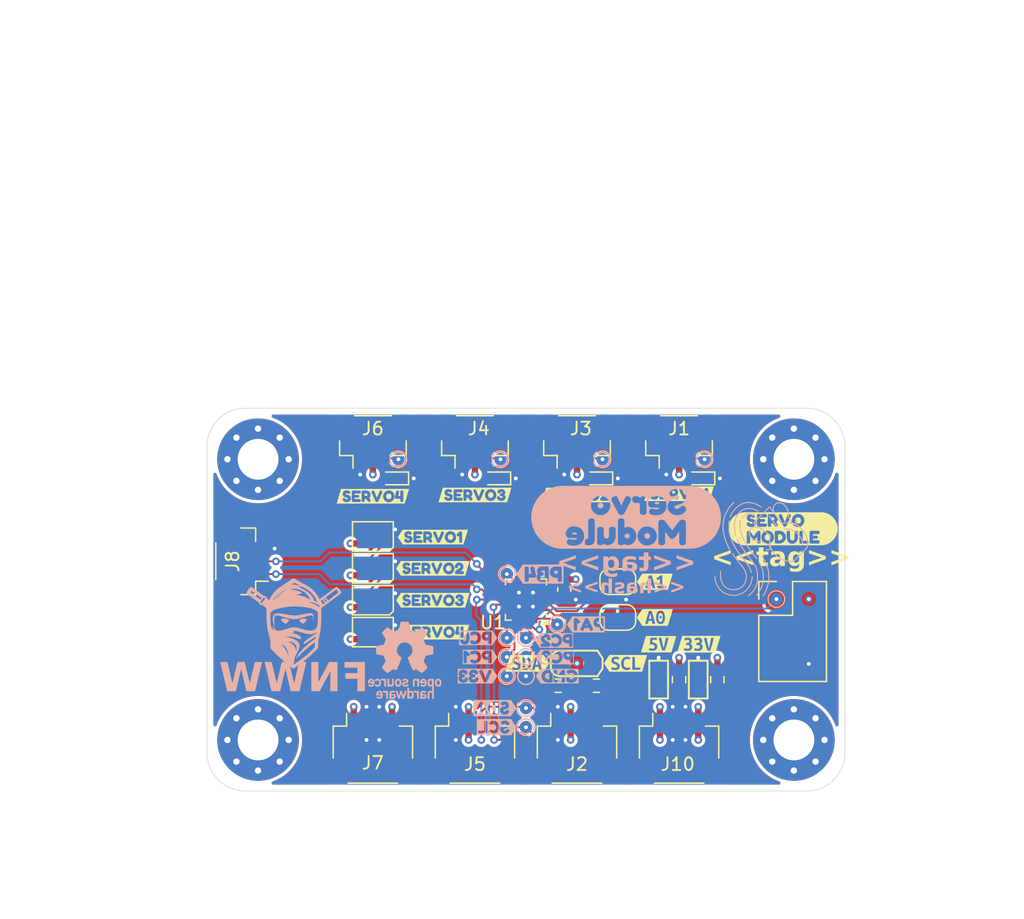
<source format=kicad_pcb>
(kicad_pcb (version 20241229) (generator "pcbnew") (generator_version "9.0")
  (layers (0 "F.Cu" signal) (4 "In1.Cu" signal) (6 "In2.Cu" signal) (2 "B.Cu" signal) (13 "F.Paste" user) (15 "B.Paste" user) (5 "F.SilkS" user "F.Silkscreen") (7 "B.SilkS" user "B.Silkscreen") (1 "F.Mask" user) (3 "B.Mask" user) (25 "Edge.Cuts" user))
  (net 0 "")
  (net 1 "+3.3V")
  (net 2 "GND")
  (net 3 "+5V")
  (net 4 "/Indicators/V5LED")
  (net 5 "/Indicators/V3.3LED")
  (net 6 "Net-(JP1-B)")
  (net 7 "Net-(JP1-A)")
  (net 8 "SERVO1")
  (net 9 "SERVO2")
  (net 10 "SERVO3")
  (net 11 "SERVO4")
  (net 12 "SDA")
  (net 13 "SCL")
  (net 14 "RXD")
  (net 15 "TXD")
  (net 17 "UPDI")
  (net 20 "/MCU/A0")
  (net 21 "/MCU/A1")
  (net 22 "/MCU/PA1")
  (net 23 "Net-(D4-DOUT)")
  (net 24 "STATUS_LEDS")
  (net 25 "Net-(D5-DOUT)")
  (net 26 "Net-(D6-DOUT)")
  (net 28 "/MCU/PB4")
  (net 29 "/MCU/PC3")
  (net 30 "/MCU/PC2")
  (net 31 "/MCU/PC0")
  (net 32 "/MCU/PC1")
  (footprint "CRGM Connector:JST_SH_BM03B-SRSS-TB_1x03-1MP_P1.00mm_Vertical" (layer "F.Cu") (at 87 137.6)
    (property "Reference" "J1")
    (property "Value" "~")
  )
  (footprint "kibuzzard-68583F22" (layer "F.Cu") (at 67.7 150.05)
    (property "Reference" "kibuzzard-68583F22" (hide yes))
    (property "Value" "G***" (hide yes))
  )
  (footprint "LED_SMD:LED_WS2812B-2020_PLCC4_2.0x2.0mm" (layer "F.Cu") (at 63 152.55 180)
    (property "Reference" "D7" (hide yes))
    (property "Value" "WS2812B-2020")
  )
  (footprint "CRGM Connector:SolderJumper-2_P1.3mm_Open_RoundedPad1.0x1.5mm" (layer "F.Cu") (at 82.2 148.6 180)
    (property "Reference" "JP3" (hide yes))
    (property "Value" "A1")
  )
  (footprint "CRGM Mechanical:MountingHole_3.2mm_M3_Pad_Via" (layer "F.Cu") (at 54 139)
    (property "Reference" "H4" (hide yes))
    (property "Value" "MountingHole" (hide yes))
  )
  (footprint "kibuzzard-685845A0" (layer "F.Cu") (at 82.8 155)
    (property "Reference" "kibuzzard-685845A0" (hide yes))
    (property "Value" "G***" (hide yes))
  )
  (footprint "kibuzzard-68584599" (layer "F.Cu") (at 75.1 155)
    (property "Reference" "kibuzzard-68584599" (hide yes))
    (property "Value" "G***" (hide yes))
  )
  (footprint "CRGM Passive:D_SOD-523" (layer "F.Cu") (at 80.7 140.5 180)
    (property "Reference" "D8" (hide yes))
    (property "Value" "PESD5V0S1BB")
  )
  (footprint "kibuzzard-68583F18" (layer "F.Cu") (at 67.7 152.55)
    (property "Reference" "kibuzzard-68583F18" (hide yes))
    (property "Value" "G***" (hide yes))
  )
  (footprint "CRGM Connector:JST_SH_SM04B-SRSS-TB_1x04-1MP_P1.00mm_Horizontal" (layer "F.Cu") (at 87 161.7)
    (property "Reference" "J10")
    (property "Value" "Power Out")
  )
  (footprint "kibuzzard-6858446E" (layer "F.Cu") (at 88.55 153.5)
    (property "Reference" "kibuzzard-6858446E" (hide yes))
    (property "Value" "G***" (hide yes))
  )
  (footprint "CRGM Connector:JST_SH_BM03B-SRSS-TB_1x03-1MP_P1.00mm_Vertical" (layer "F.Cu") (at 63 137.6)
    (property "Reference" "J6")
    (property "Value" "~")
  )
  (footprint "CRGM Passive:D_SOD-523" (layer "F.Cu") (at 72.7 140.5 180)
    (property "Reference" "D9" (hide yes))
    (property "Value" "PESD5V0S1BB")
  )
  (footprint "LED_SMD:LED_0603_1608Metric" (layer "F.Cu") (at 88.5 156.275 -90)
    (property "Reference" "D3" (hide yes))
    (property "Value" "Blue")
  )
  (footprint "kibuzzard-68583F01" (layer "F.Cu") (at 63 141.9)
    (property "Reference" "kibuzzard-68583F01" (hide yes))
    (property "Value" "G***" (hide yes))
  )
  (footprint "kibuzzard-6858441E" (layer "F.Cu") (at 85.4 153.5)
    (property "Reference" "kibuzzard-6858441E" (hide yes))
    (property "Value" "G***" (hide yes))
  )
  (footprint "LED_SMD:LED_0603_1608Metric" (layer "F.Cu") (at 85.4 156.275 -90)
    (property "Reference" "D2" (hide yes))
    (property "Value" "Orange")
  )
  (footprint "CRGM Connector:JST_SH_SM04B-SRSS-TB_1x04-1MP_P1.00mm_Horizontal" (layer "F.Cu") (at 71 161.7)
    (property "Reference" "J5")
    (property "Value" "QWICC")
  )
  (footprint "kibuzzard-685845CF" (layer "F.Cu") (at 85.1 151.4)
    (property "Reference" "kibuzzard-685845CF" (hide yes))
    (property "Value" "G***" (hide yes))
  )
  (footprint "Capacitor_SMD:C_0603_1608Metric" (layer "F.Cu") (at 78 149.2 -90)
    (property "Reference" "C1" (hide yes))
    (property "Value" ".1uF")
  )
  (footprint "LED_SMD:LED_WS2812B-2020_PLCC4_2.0x2.0mm" (layer "F.Cu") (at 63 150.05 180)
    (property "Reference" "D6" (hide yes))
    (property "Value" "WS2812B-2020")
  )
  (footprint "kibuzzard-68583EE4" (layer "F.Cu") (at 79.1 141.8)
    (property "Reference" "kibuzzard-68583EE4" (hide yes))
    (property "Value" "G***" (hide yes))
  )
  (footprint "CRGM Connector:SolderJumper-3_P1.3mm_Open_RoundedPad1.0x1.5mm" (layer "F.Cu") (at 79 155 180)
    (property "Reference" "JP1" (hide yes))
    (property "Value" "Jumper_3_Open")
  )
  (footprint "LED_SMD:LED_WS2812B-2020_PLCC4_2.0x2.0mm" (layer "F.Cu") (at 63 147.55 180)
    (property "Reference" "D5" (hide yes))
    (property "Value" "WS2812B-2020")
  )
  (footprint "kibuzzard-685845E1" (layer "F.Cu") (at 85.1 148.6)
    (property "Reference" "kibuzzard-685845E1" (hide yes))
    (property "Value" "G***" (hide yes))
  )
  (footprint "kibuzzard-68583EC3" (layer "F.Cu") (at 87 141.7)
    (property "Reference" "kibuzzard-68583EC3" (hide yes))
    (property "Value" "G***" (hide yes))
  )
  (footprint "Resistor_SMD:R_0603_1608Metric" (layer "F.Cu") (at 90 156.275 -90)
    (property "Reference" "R4" (hide yes))
    (property "Value" "1k")
  )
  (footprint "CRGM Passive:D_SOD-523" (layer "F.Cu") (at 64.7 140.5 180)
    (property "Reference" "D10" (hide yes))
    (property "Value" "PESD5V0S1BB")
  )
  (footprint "kibuzzard-68583EA9" (layer "F.Cu") (at 67.7 145.1)
    (property "Reference" "kibuzzard-68583EA9" (hide yes))
    (property "Value" "G***" (hide yes))
  )
  (footprint "CRGM Connector:JST_SH_BM03B-SRSS-TB_1x03-1MP_P1.00mm_Vertical" (layer "F.Cu") (at 79 137.6)
    (property "Reference" "J3")
    (property "Value" "~")
  )
  (footprint "LED_SMD:LED_WS2812B-2020_PLCC4_2.0x2.0mm" (layer "F.Cu") (at 63 145.05 180)
    (property "Reference" "D4" (hide yes))
    (property "Value" "WS2812B-2020")
  )
  (footprint "CRGM Mechanical:MountingHole_3.2mm_M3_Pad_Via" (layer "F.Cu") (at 54 161)
    (property "Reference" "H1" (hide yes))
    (property "Value" "MountingHole" (hide yes))
  )
  (footprint "CRG Makes:VQFN-20-1EP_3x3mm_P0.4mm_EP1.7x1.7mm_ThermalVias" (layer "F.Cu") (at 75 150 180)
    (property "Reference" "U1")
    (property "Value" "ATtiny1616-MNR")
  )
  (footprint "CRGM Connector:PinHeader_2x03_P2.54mm_Vertical_SMD" (layer "F.Cu") (at 94.63 149.96)
    (property "Reference" "J9" (hide yes))
    (property "Value" "AVR-UPDI-6")
  )
  (footprint "Resistor_SMD:R_0603_1608Metric" (layer "F.Cu") (at 80.525 156.75)
    (property "Reference" "R2" (hide yes))
    (property "Value" "4.7K")
  )
  (footprint "CRGM Connector:SolderJumper-2_P1.3mm_Open_RoundedPad1.0x1.5mm" (layer "F.Cu") (at 82.2 151.4 180)
    (property "Reference" "JP2" (hide yes))
    (property "Value" "A0")
  )
  (footprint "Resistor_SMD:R_0603_1608Metric" (layer "F.Cu") (at 77.525 156.75 180)
    (property "Reference" "R1" (hide yes))
    (property "Value" "4.7K")
  )
  (footprint "Resistor_SMD:R_0603_1608Metric" (layer "F.Cu") (at 87 156.275 -90)
    (property "Reference" "R3" (hide yes))
    (property "Value" "4.7k")
  )
  (footprint "CRGM Mechanical:MountingHole_3.2mm_M3_Pad_Via" (layer "F.Cu") (at 96 139)
    (property "Reference" "H3" (hide yes))
    (property "Value" "MountingHole" (hide yes))
  )
  (footprint "CRGM Passive:D_SOD-523" (layer "F.Cu") (at 88.7 140.5 180)
    (property "Reference" "D1" (hide yes))
    (property "Value" "PESD5V0S1BB")
  )
  (footprint "CRGM Connector:JST_SH_SM04B-SRSS-TB_1x04-1MP_P1.00mm_Horizontal" (layer "F.Cu") (at 63 161.7)
    (property "Reference" "J7")
    (property "Value" "Power In")
  )
  (footprint "kibuzzard-68585AB3" (layer "F.Cu") (at 95.15 144.45)
    (property "Reference" "kibuzzard-68585AB3" (hide yes))
    (property "Value" "G***" (hide yes))
  )
  (footprint "kibuzzard-68583EEB" (layer "F.Cu") (at 71 141.8)
    (property "Reference" "kibuzzard-68583EEB" (hide yes))
    (property "Value" "G***" (hide yes))
  )
  (footprint "kibuzzard-68583F28" (layer "F.Cu") (at 67.7 147.55)
    (property "Reference" "kibuzzard-68583F28" (hide yes))
    (property "Value" "G***" (hide yes))
  )
  (footprint "CRGM Connector:JST_SH_BM03B-SRSS-TB_1x03-1MP_P1.00mm_Vertical" (layer "F.Cu") (at 52.7 147 90)
    (property "Reference" "J8")
    (property "Value" "~")
  )
  (footprint "CRGM Connector:JST_SH_SM04B-SRSS-TB_1x04-1MP_P1.00mm_Horizontal" (layer "F.Cu") (at 79 161.7)
    (property "Reference" "J2")
    (property "Value" "QWICC")
  )
  (footprint "CRGM Mechanical:MountingHole_3.2mm_M3_Pad_Via" (layer "F.Cu") (at 96 161)
    (property "Reference" "H2" (hide yes))
    (property "Value" "MountingHole" (hide yes))
  )
  (footprint "CRGM Connector:JST_SH_BM03B-SRSS-TB_1x03-1MP_P1.00mm_Vertical" (layer "F.Cu") (at 71 137.6)
    (property "Reference" "J4")
    (property "Value" "~")
  )
  (footprint "CRGM Mechanical:TestPoint_Pad_D1.0mm" (layer "B.Cu") (at 75 156 180)
    (property "Reference" "TP12" (hide yes))
    (property "Value" "GND")
  )
  (footprint "kibuzzard-68586251" (layer "B.Cu") (at 71.25 153 180)
    (property "Reference" "kibuzzard-68586251" (hide yes))
    (property "Value" "G***" (hide yes))
  )
  (footprint "kibuzzard-685861D3" (layer "B.Cu") (at 72.55 158.5 180)
    (property "Reference" "kibuzzard-685861D3" (hide yes))
    (property "Value" "G***" (hide yes))
  )
  (footprint "CRGM Mechanical:TestPoint_Pad_D1.0mm" (layer "B.Cu") (at 73 139 180)
    (property "Reference" "TP6" (hide yes))
    (property "Value" "SERVO3")
  )
  (footprint "CRGM Mechanical:TestPoint_Pad_D1.0mm" (layer "B.Cu") (at 73.5 156 180)
    (property "Reference" "TP11" (hide yes))
    (property "Value" "V33")
  )
  (footprint "kibuzzard-68586282" (layer "B.Cu") (at 71.2 156 180)
    (property "Reference" "kibuzzard-68586282" (hide yes))
    (property "Value" "G***" (hide yes))
  )
  (footprint "CRGM Logos:FNWW Face 8mm" (layer "B.Cu") (at 56.8 151.95 180)
    (property "Reference" "LOGO2" (hide yes))
    (property "Value" "~" (hide yes))
  )
  (footprint "kibuzzard-685861D9" (layer "B.Cu") (at 72.7 160 180)
    (property "Reference" "kibuzzard-685861D9" (hide yes))
    (property "Value" "G***" (hide yes))
  )
  (footprint "kibuzzard-68586260" (layer "B.Cu") (at 71.4 154.5 180)
    (property "Reference" "kibuzzard-68586260" (hide yes))
    (property "Value" "G***" (hide yes))
  )
  (footprint "CRGM Mechanical:TestPoint_Pad_D1.0mm" (layer "B.Cu") (at 75 154.5 180)
    (property "Reference" "TP14" (hide yes))
    (property "Value" "PC3")
  )
  (footprint "kibuzzard-685861B4" (layer "B.Cu") (at 76.1 148 180)
    (property "Reference" "kibuzzard-685861B4" (hide yes))
    (property "Value" "G***" (hide yes))
  )
  (footprint "kibuzzard-68586228" (layer "B.Cu") (at 77.2 153.2 180)
    (property "Reference" "kibuzzard-68586228" (hide yes))
    (property "Value" "G***" (hide yes))
  )
  (footprint "CRGM Mechanical:TestPoint_Pad_D1.0mm" (layer "B.Cu") (at 73.5 148 180)
    (property "Reference" "TP13" (hide yes))
    (property "Value" "PB3")
  )
  (footprint "kibuzzard-68586205" (layer "B.Cu") (at 79.7 151.95 180)
    (property "Reference" "kibuzzard-68586205" (hide yes))
    (property "Value" "G***" (hide yes))
  )
  (footprint "CRGM Mechanical:TestPoint_Pad_D1.0mm" (layer "B.Cu") (at 75 160 180)
    (property "Reference" "TP7" (hide yes))
    (property "Value" "SCL")
  )
  (footprint "Symbol:OSHW-Logo_5.7x6mm_SilkScreen" (layer "B.Cu") (at 65.5 154.75 180)
    (property "Reference" "LOGO3" (hide yes))
    (property "Value" "Logo_Open_Hardware_Small" (hide yes))
  )
  (footprint "CRGM Mechanical:TestPoint_Pad_D1.0mm" (layer "B.Cu") (at 75 153 180)
    (property "Reference" "TP15" (hide yes))
    (property "Value" "PC2")
  )
  (footprint "CRGM Mechanical:TestPoint_Pad_D1.0mm" (layer "B.Cu") (at 81 139 180)
    (property "Reference" "TP5" (hide yes))
    (property "Value" "SERVO2")
  )
  (footprint "CRGM Logos:Aquarius Logo 8mm" (layer "B.Cu") (at 93.4 146 180)
    (property "Reference" "LOGO1" (hide yes))
    (property "Value" "~" (hide yes))
  )
  (footprint "CRGM Mechanical:TestPoint_Pad_D1.0mm" (layer "B.Cu") (at 89 139 180)
    (property "Reference" "TP4" (hide yes))
    (property "Value" "SERVO1")
  )
  (footprint "CRGM Mechanical:TestPoint_Pad_D1.0mm" (layer "B.Cu") (at 65 139 180)
    (property "Reference" "TP9" (hide yes))
    (property "Value" "SERVO3")
  )
  (footprint "CRGM Mechanical:TestPoint_Pad_D1.0mm" (layer "B.Cu") (at 73.5 154.5 180)
    (property "Reference" "TP3" (hide yes))
    (property "Value" "PC1")
  )
  (footprint "CRGM Mechanical:TestPoint_Pad_D1.0mm" (layer "B.Cu") (at 73.5 153 180)
    (property "Reference" "TP2" (hide yes))
    (property "Value" "PC0")
  )
  (footprint "kibuzzard-68585C25" (layer "B.Cu") (at 82.85 143.55 180)
    (property "Reference" "kibuzzard-68585C25" (hide yes))
    (property "Value" "G***" (hide yes))
  )
  (footprint "CRGM Mechanical:TestPoint_Pad_D1.0mm" (layer "B.Cu") (at 77.45 151.95 180)
    (property "Reference" "TP1" (hide yes))
    (property "Value" "PA1")
  )
  (footprint "kibuzzard-68586245" (layer "B.Cu") (at 77.45 156 180)
    (property "Reference" "kibuzzard-68586245" (hide yes))
    (property "Value" "G***" (hide yes))
  )
  (footprint "kibuzzard-6858621A" (layer "B.Cu") (at 77.25 154.5 180)
    (property "Reference" "kibuzzard-6858621A" (hide yes))
    (property "Value" "G***" (hide yes))
  )
  (footprint "CRGM Mechanical:TestPoint_Pad_D1.0mm" (layer "B.Cu") (at 94.63 149.96 180)
    (property "Reference" "TP10" (hide yes))
    (property "Value" "UPDI")
  )
  (footprint "CRGM Mechanical:TestPoint_Pad_D1.0mm" (layer "B.Cu") (at 75 158.5 180)
    (property "Reference" "TP8" (hide yes))
    (property "Value" "SDA")
  )
  (gr_arc (start 53 165) (mid 50.87868 164.12132) (end 50 162) (stroke (width 0.05)) (layer "Edge.Cuts"))
  (gr_arc (start 97 135) (mid 99.12132 135.87868) (end 100 138) (stroke (width 0.05)) (layer "Edge.Cuts"))
  (gr_line (start 97 165) (end 53 165) (stroke (width 0.05)) (layer "Edge.Cuts"))
  (gr_line (start 100 138) (end 100 162) (stroke (width 0.05)) (layer "Edge.Cuts"))
  (gr_line (start 53 135) (end 97 135) (stroke (width 0.05)) (layer "Edge.Cuts"))
  (gr_arc (start 100 162) (mid 99.12132 164.12132) (end 97 165) (stroke (width 0.05)) (layer "Edge.Cuts"))
  (gr_line (start 50 162) (end 50 138) (stroke (width 0.05)) (layer "Edge.Cuts"))
  (gr_arc (start 50 138) (mid 50.87868 135.87868) (end 53 135) (stroke (width 0.05)) (layer "Edge.Cuts"))
  (gr_text "<<tag>>" (at 95 146.75 0) (layer "F.SilkS") (effects (font (size 1.5 1.5) (thickness 0.1))))
  (gr_text "<<hash>>" (at 82.85 149.05 0) (layer "B.SilkS") (effects (font (size 1.1 1.1) (thickness 0.1)) (justify mirror)))
  (gr_text "FNWW" (at 56.8 156.25 0) (layer "B.SilkS") (effects (font (size 2.25 2.25) (thickness 0.3) (bold yes)) (justify mirror)))
  (gr_text "<<tag>>" (at 82.85 147.15 0) (layer "B.SilkS") (effects (font (size 1.5 1.5) (thickness 0.1)) (justify mirror)))
  (segment (start 62.085 150.6) (end 61.25 150.6) (width 0.5) (layer "F.Cu") (net 1))
  (segment (start 78.5 159.7) (end 78.5 158.4) (width 0.5) (layer "F.Cu") (net 1))
  (segment (start 76.95 149.6) (end 77.25 149.3) (width 0.2) (layer "F.Cu") (net 1))
  (segment (start 62.085 153.1) (end 61.25 153.1) (width 0.5) (layer "F.Cu") (net 1))
  (segment (start 88.5 159.7) (end 88.5 161) (width 0.5) (layer "F.Cu") (net 1))
  (segment (start 62.085 148.1) (end 61.25 148.1) (width 0.5) (layer "F.Cu") (net 1))
  (segment (start 64.5 159.7) (end 64.5 158.4) (width 0.5) (layer "F.Cu") (net 1))
  (segment (start 76.45 149.6) (end 76.95 149.6) (width 0.2) (layer "F.Cu") (net 1))
  (segment (start 90 154.55) (end 90 155.45) (width 0.5) (layer "F.Cu") (net 1))
  (segment (start 77.25 148.7) (end 77.525 148.425) (width 0.2) (layer "F.Cu") (net 1))
  (segment (start 78.875 148.425) (end 78.9 148.4) (width 0.5) (layer "F.Cu") (net 1))
  (segment (start 70.5 159.7) (end 70.5 161) (width 0.5) (layer "F.Cu") (net 1))
  (segment (start 77.25 149.3) (end 77.25 148.7) (width 0.2) (layer "F.Cu") (net 1))
  (segment (start 77.525 148.425) (end 78 148.425) (width 0.2) (layer "F.Cu") (net 1))
  (segment (start 70.5 159.7) (end 70.5 158.4) (width 0.5) (layer "F.Cu") (net 1))
  (segment (start 78 148.425) (end 78.875 148.425) (width 0.5) (layer "F.Cu") (net 1))
  (segment (start 78.5 159.7) (end 78.5 161) (width 0.5) (layer "F.Cu") (net 1))
  (segment (start 62.085 145.6) (end 61.25 145.6) (width 0.5) (layer "F.Cu") (net 1))
  (segment (start 88.5 159.7) (end 88.5 158.4) (width 0.5) (layer "F.Cu") (net 1))
  (via (at 70.5 161) (size 0.6) (drill 0.3) (layers "F.Cu" "B.Cu") (net 1))
  (via (at 61.25 153.1) (size 0.6) (drill 0.3) (layers "F.Cu" "B.Cu") (net 1))
  (via (at 88.5 158.4) (size 0.6) (drill 0.3) (layers "F.Cu" "B.Cu") (net 1))
  (via (at 61.25 145.6) (size 0.6) (drill 0.3) (layers "F.Cu" "B.Cu") (net 1))
  (via (at 79 155) (size 0.6) (drill 0.3) (layers "F.Cu" "B.Cu") (net 1))
  (via (at 70.5 158.4) (size 0.6) (drill 0.3) (layers "F.Cu" "B.Cu") (net 1))
  (via (at 73.5 156) (size 0.6) (drill 0.3) (layers "F.Cu" "B.Cu") (net 1))
  (via (at 78.5 158.4) (size 0.6) (drill 0.3) (layers "F.Cu" "B.Cu") (net 1))
  (via (at 97.17 149.96) (size 0.6) (drill 0.3) (layers "F.Cu" "B.Cu") (net 1))
  (via (at 61.25 148.1) (size 0.6) (drill 0.3) (layers "F.Cu" "B.Cu") (net 1))
  (via (at 64.5 158.4) (size 0.6) (drill 0.3) (layers "F.Cu" "B.Cu") (net 1))
  (via (at 61.25 150.6) (size 0.6) (drill 0.3) (layers "F.Cu" "B.Cu") (net 1))
  (via (at 78.5 161) (size 0.6) (drill 0.3) (layers "F.Cu" "B.Cu") (net 1))
  (via (at 88.5 161) (size 0.6) (drill 0.3) (layers "F.Cu" "B.Cu") (net 1))
  (via (at 90 154.55) (size 0.6) (drill 0.3) (layers "F.Cu" "B.Cu") (net 1))
  (via (at 78.9 148.4) (size 0.6) (drill 0.3) (layers "F.Cu" "B.Cu") (net 1))
  (segment (start 63.915 144.5) (end 64.75 144.5) (width 0.5) (layer "F.Cu") (net 2))
  (segment (start 87.5 159.7) (end 87.5 158.4) (width 0.5) (layer "F.Cu") (net 2))
  (segment (start 69.5 159.7) (end 69.5 158.4) (width 0.5) (layer "F.Cu") (net 2))
  (segment (start 77.5 159.7) (end 77.5 161) (width 0.5) (layer "F.Cu") (net 2))
  (segment (start 82.85 150) (end 82.85 151.4) (width 0.5) (layer "F.Cu") (net 2))
  (segment (start 77.5 159.7) (end 77.5 158.4) (width 0.5) (layer "F.Cu") (net 2))
  (segment (start 69.5 159.7) (end 69.5 161) (width 0.5) (layer "F.Cu") (net 2))
  (segment (start 62.5 159.7) (end 62.5 161) (width 0.5) (layer "F.Cu") (net 2))
  (segment (start 85.4 155.4875) (end 85.4 154.55) (width 0.5) (layer "F.Cu") (net 2))
  (segment (start 62.5 159.7) (end 62.5 158.4) (width 0.5) (layer "F.Cu") (net 2))
  (segment (start 86.5 159.7) (end 86.5 161) (width 0.5) (layer "F.Cu") (net 2))
  (segment (start 62 138.925) (end 62 140.2) (width 0.5) (layer "F.Cu") (net 2))
  (segment (start 78 149.975) (end 78.875 149.975) (width 0.5) (layer "F.Cu") (net 2))
  (segment (start 63.915 147) (end 64.75 147) (width 0.5) (layer "F.Cu") (net 2))
  (segment (start 65.4 140.5) (end 66.2 140.5) (width 0.5) (layer "F.Cu") (net 2))
  (segment (start 86 138.925) (end 86 140.2) (width 0.5) (layer "F.Cu") (net 2))
  (segment (start 89.4 140.5) (end 90.2 140.5) (width 0.5) (layer "F.Cu") (net 2))
  (segment (start 73.4 140.5) (end 74.2 140.5) (width 0.5) (layer "F.Cu") (net 2))
  (segment (start 63.5 159.7) (end 63.5 161) (width 0.5) (layer "F.Cu") (net 2))
  (segment (start 63.915 152) (end 64.75 152) (width 0.5) (layer "F.Cu") (net 2))
  (segment (start 77.975 150) (end 78 149.975) (width 0.2) (layer "F.Cu") (net 2))
  (segment (start 78 138.925) (end 78 140.2) (width 0.5) (layer "F.Cu") (net 2))
  (segment (start 88.5 155.4875) (end 88.5 154.55) (width 0.5) (layer "F.Cu") (net 2))
  (segment (start 87.5 159.7) (end 87.5 161) (width 0.5) (layer "F.Cu") (net 2))
  (segment (start 78.875 149.975) (end 78.9 150) (width 0.5) (layer "F.Cu") (net 2))
  (segment (start 81.4 140.5) (end 82.2 140.5) (width 0.5) (layer "F.Cu") (net 2))
  (segment (start 63.5 159.7) (end 63.5 158.4) (width 0.5) (layer "F.Cu") (net 2))
  (segment (start 86.5 159.7) (end 86.5 158.4) (width 0.5) (layer "F.Cu") (net 2))
  (segment (start 82.85 148.6) (end 82.85 150) (width 0.5) (layer "F.Cu") (net 2))
  (segment (start 70 138.925) (end 70 140.2) (width 0.5) (layer "F.Cu") (net 2))
  (segment (start 76.45 150) (end 77.975 150) (width 0.2) (layer "F.Cu") (net 2))
  (segment (start 63.915 149.5) (end 64.75 149.5) (width 0.5) (layer "F.Cu") (net 2))
  (segment (start 54.025 146) (end 55.3 146) (width 0.5) (layer "F.Cu") (net 2))
  (via (at 62.5 161) (size 0.6) (drill 0.3) (layers "F.Cu" "B.Cu") (net 2))
  (via (at 75 156) (size 0.6) (drill 0.3) (layers "F.Cu" "B.Cu") (net 2))
  (via (at 90.2 140.5) (size 0.6) (drill 0.3) (layers "F.Cu" "B.Cu") (net 2))
  (via (at 62.5 158.4) (size 0.6) (drill 0.3) (layers "F.Cu" "B.Cu") (net 2))
  (via (at 74.2 140.5) (size 0.6) (drill 0.3) (layers "F.Cu" "B.Cu") (net 2))
  (via (at 82.85 150) (size 0.6) (drill 0.3) (layers "F.Cu" "B.Cu") (net 2))
  (via (at 55.3 146) (size 0.6) (drill 0.3) (layers "F.Cu" "B.Cu") (net 2))
  (via (at 86.5 158.4) (size 0.6) (drill 0.3) (layers "F.Cu" "B.Cu") (net 2))
  (via (at 64.75 149.5) (size 0.6) (drill 0.3) (layers "F.Cu" "B.Cu") (net 2))
  (via (at 63.5 158.4) (size 0.6) (drill 0.3) (layers "F.Cu" "B.Cu") (net 2))
  (via (at 86.5 161) (size 0.6) (drill 0.3) (layers "F.Cu" "B.Cu") (net 2))
  (via (at 66.2 140.5) (size 0.6) (drill 0.3) (layers "F.Cu" "B.Cu") (net 2))
  (via (at 64.75 152) (size 0.6) (drill 0.3) (layers "F.Cu" "B.Cu") (net 2))
  (via (at 87.5 161) (size 0.6) (drill 0.3) (layers "F.Cu" "B.Cu") (net 2))
  (via (at 77.5 161) (size 0.6) (drill 0.3) (layers "F.Cu" "B.Cu") (net 2))
  (via (at 62 140.2) (size 0.6) (drill 0.3) (layers "F.Cu" "B.Cu") (net 2))
  (via (at 64.75 147) (size 0.6) (drill 0.3) (layers "F.Cu" "B.Cu") (net 2))
  (via (at 69.5 161) (size 0.6) (drill 0.3) (layers "F.Cu" "B.Cu") (net 2))
  (via (at 77.5 158.4) (size 0.6) (drill 0.3) (layers "F.Cu" "B.Cu") (net 2))
  (via (at 78 140.2) (size 0.6) (drill 0.3) (layers "F.Cu" "B.Cu") (net 2))
  (via (at 69.5 158.4) (size 0.6) (drill 0.3) (layers "F.Cu" "B.Cu") (net 2))
  (via (at 64.75 144.5) (size 0.6) (drill 0.3) (layers "F.Cu" "B.Cu") (net 2))
  (via (at 87.5 158.4) (size 0.6) (drill 0.3) (layers "F.Cu" "B.Cu") (net 2))
  (via (at 78.9 150) (size 0.6) (drill 0.3) (layers "F.Cu" "B.Cu") (net 2))
  (via (at 70 140.2) (size 0.6) (drill 0.3) (layers "F.Cu" "B.Cu") (net 2))
  (via (at 85.4 154.55) (size 0.6) (drill 0.3) (layers "F.Cu" "B.Cu") (net 2))
  (via (at 88.5 154.55) (size 0.6) (drill 0.3) (layers "F.Cu" "B.Cu") (net 2))
  (via (at 86 140.2) (size 0.6) (drill 0.3) (layers "F.Cu" "B.Cu") (net 2))
  (via (at 82.2 140.5) (size 0.6) (drill 0.3) (layers "F.Cu" "B.Cu") (net 2))
  (via (at 97.17 155.04) (size 0.6) (drill 0.3) (layers "F.Cu" "B.Cu") (net 2))
  (via (at 63.5 161) (size 0.6) (drill 0.3) (layers "F.Cu" "B.Cu") (net 2))
  (segment (start 85.5 159.7) (end 85.5 158.4) (width 0.5) (layer "F.Cu") (net 3))
  (segment (start 79 138.925) (end 79 140.2) (width 0.5) (layer "F.Cu") (net 3))
  (segment (start 85.5 159.7) (end 85.5 161) (width 0.5) (layer "F.Cu") (net 3))
  (segment (start 87 138.925) (end 87 140.2) (width 0.5) (layer "F.Cu") (net 3))
  (segment (start 71 138.925) (end 71 140.2) (width 0.5) (layer "F.Cu") (net 3))
  (segment (start 61.5 159.7) (end 61.5 158.4) (width 0.5) (layer "F.Cu") (net 3))
  (segment (start 63 138.925) (end 63 140.2) (width 0.5) (layer "F.Cu") (net 3))
  (segment (start 87 155.45) (end 87 154.55) (width 0.5) (layer "F.Cu") (net 3))
  (via (at 85.5 161) (size 0.6) (drill 0.3) (layers "F.Cu" "B.Cu") (net 3))
  (via (at 61.5 158.4) (size 0.6) (drill 0.3) (layers "F.Cu" "B.Cu") (net 3))
  (via (at 85.5 158.4) (size 0.6) (drill 0.3) (layers "F.Cu" "B.Cu") (net 3))
  (via (at 71 140.2) (size 0.6) (drill 0.3) (layers "F.Cu" "B.Cu") (net 3))
  (via (at 87 154.55) (size 0.6) (drill 0.3) (layers "F.Cu" "B.Cu") (net 3))
  (via (at 87 140.2) (size 0.6) (drill 0.3) (layers "F.Cu" "B.Cu") (net 3))
  (via (at 79 140.2) (size 0.6) (drill 0.3) (layers "F.Cu" "B.Cu") (net 3))
  (via (at 63 140.2) (size 0.6) (drill 0.3) (layers "F.Cu" "B.Cu") (net 3))
  (segment (start 86.9625 157.0625) (end 87 157.1) (width 0.1524) (layer "F.Cu") (net 4))
  (segment (start 85.4 157.0625) (end 86.9625 157.0625) (width 0.1524) (layer "F.Cu") (net 4))
  (segment (start 89.9625 157.0625) (end 90 157.1) (width 0.1524) (layer "F.Cu") (net 5))
  (segment (start 88.5 157.0625) (end 89.9625 157.0625) (width 0.1524) (layer "F.Cu") (net 5))
  (segment (start 76.7 156.75) (end 76.7 156) (width 0.1524) (layer "F.Cu") (net 6))
  (segment (start 76.7 156) (end 77.7 155) (width 0.1524) (layer "F.Cu") (net 6))
  (segment (start 81.35 156.75) (end 81.35 156.05) (width 0.1524) (layer "F.Cu") (net 7))
  (segment (start 81.35 156.05) (end 80.3 155) (width 0.1524) (layer "F.Cu") (net 7))
  (segment (start 76.45 148.75) (end 82.2 143) (width 0.1524) (layer "F.Cu") (net 8))
  (segment (start 88 138.925) (end 88.925 138.925) (width 0.1524) (layer "F.Cu") (net 8))
  (segment (start 88.925 138.925) (end 89 139) (width 0.1524) (layer "F.Cu") (net 8))
  (segment (start 87.9 140.6) (end 88 140.5) (width 0.1524) (layer "F.Cu") (net 8))
  (segment (start 88 140.5) (end 88 138.925) (width 0.1524) (layer "F.Cu") (net 8))
  (segment (start 85.5 143) (end 88 140.5) (width 0.1524) (layer "F.Cu") (net 8))
  (segment (start 76.45 149.2) (end 76.45 148.75) (width 0.1524) (layer "F.Cu") (net 8))
  (segment (start 82.2 143) (end 85.5 143) (width 0.1524) (layer "F.Cu") (net 8))
  (via (at 89 139) (size 0.6) (drill 0.3) (layers "F.Cu" "B.Cu") (net 8))
  (segment (start 75.8 148.55) (end 75.8 147.9) (width 0.1524) (layer "F.Cu") (net 9))
  (segment (start 75.8 147.9) (end 80 143.7) (width 0.1524) (layer "F.Cu") (net 9))
  (segment (start 80 138.925) (end 80.925 138.925) (width 0.1524) (layer "F.Cu") (net 9))
  (segment (start 80 143.7) (end 80 140.5) (width 0.1524) (layer "F.Cu") (net 9))
  (segment (start 80.925 138.925) (end 81 139) (width 0.1524) (layer "F.Cu") (net 9))
  (segment (start 80 140.5) (end 80 138.925) (width 0.1524) (layer "F.Cu") (net 9))
  (via (at 81 139) (size 0.6) (drill 0.3) (layers "F.Cu" "B.Cu") (net 9))
  (segment (start 72 138.925) (end 72.925 138.925) (width 0.1524) (layer "F.Cu") (net 10))
  (segment (start 72.1 139.025) (end 72 138.925) (width 0.1524) (layer "F.Cu") (net 10))
  (segment (start 72 140.5) (end 72 141.3) (width 0.1524) (layer "F.Cu") (net 10))
  (segment (start 72 141.3) (end 75.4 144.7) (width 0.1524) (layer "F.Cu") (net 10))
  (segment (start 72.925 138.925) (end 73 139) (width 0.1524) (layer "F.Cu") (net 10))
  (segment (start 72 140.5) (end 72 138.925) (width 0.1524) (layer "F.Cu") (net 10))
  (segment (start 75.4 144.7) (end 75.4 148.55) (width 0.1524) (layer "F.Cu") (net 10))
  (via (at 73 139) (size 0.6) (drill 0.3) (layers "F.Cu" "B.Cu") (net 10))
  (segment (start 64 140.5) (end 64 138.925) (width 0.1524) (layer "F.Cu") (net 11))
  (segment (start 75 146.55) (end 70.6 142.15) (width 0.1524) (layer "F.Cu") (net 11))
  (segment (start 65.45 142.15) (end 64 140.7) (width 0.1524) (layer "F.Cu") (net 11))
  (segment (start 64 140.7) (end 64 140.5) (width 0.1524) (layer "F.Cu") (net 11))
  (segment (start 64 138.925) (end 64.925 138.925) (width 0.1524) (layer "F.Cu") (net 11))
  (segment (start 70.6 142.15) (end 65.45 142.15) (width 0.1524) (layer "F.Cu") (net 11))
  (segment (start 75 148.55) (end 75 146.55) (width 0.1524) (layer "F.Cu") (net 11))
  (segment (start 64.925 138.925) (end 65 139) (width 0.1524) (layer "F.Cu") (net 11))
  (via (at 65 139) (size 0.6) (drill 0.3) (layers "F.Cu" "B.Cu") (net 11))
  (segment (start 78.35 156.75) (end 78.35 156.775) (width 0.1524) (layer "F.Cu") (net 12))
  (segment (start 75.6 158.5) (end 76.5 159.4) (width 0.1524) (layer "F.Cu") (net 12))
  (segment (start 79.5 161.3) (end 79.5 159.7) (width 0.1524) (layer "F.Cu") (net 12))
  (segment (start 76.5 161) (end 77.2 161.7) (width 0.1524) (layer "F.Cu") (net 12))
  (segment (start 71.9 158.4) (end 74.9 158.4) (width 0.1524) (layer "F.Cu") (net 12))
  (segment (start 71.15 150) (end 73.55 150) (width 0.1524) (layer "F.Cu") (net 12))
  (segment (start 76.5 159.4) (end 76.5 161) (width 0.1524) (layer "F.Cu") (net 12))
  (segment (start 77.2 161.7) (end 79.1 161.7) (width 0.1524) (layer "F.Cu") (net 12))
  (segment (start 75 158.5) (end 75.6 158.5) (width 0.1524) (layer "F.Cu") (net 12))
  (segment (start 71.5 159.7) (end 71.5 158.8) (width 0.1524) (layer "F.Cu") (net 12))
  (segment (start 78.35 156.775) (end 79.5 157.925) (width 0.1524) (layer "F.Cu") (net 12))
  (segment (start 71.5 161) (end 71.5 159.7) (width 0.1524) (layer "F.Cu") (net 12))
  (segment (start 74.9 158.4) (end 75 158.5) (width 0.1524) (layer "F.Cu") (net 12))
  (segment (start 71.5 158.8) (end 71.9 158.4) (width 0.1524) (layer "F.Cu") (net 12))
  (segment (start 79.1 161.7) (end 79.5 161.3) (width 0.1524) (layer "F.Cu") (net 12))
  (segment (start 79.5 157.925) (end 79.5 159.7) (width 0.1524) (layer "F.Cu") (net 12))
  (via (at 71.15 150) (size 0.6) (drill 0.3) (layers "F.Cu" "B.Cu") (net 12))
  (via (at 75 158.5) (size 0.6) (drill 0.3) (layers "F.Cu" "B.Cu") (net 12))
  (via (at 71.5 161) (size 0.6) (drill 0.3) (layers "F.Cu" "B.Cu") (net 12))
  (segment (start 71.5 151.65) (end 71.5 161) (width 0.1524) (layer "B.Cu") (net 12))
  (segment (start 71.1 150.05) (end 71.1 151.25) (width 0.1524) (layer "B.Cu") (net 12))
  (segment (start 71.15 150) (end 71.1 150.05) (width 0.1524) (layer "B.Cu") (net 12))
  (segment (start 71.1 151.25) (end 71.5 151.65) (width 0.1524) (layer "B.Cu") (net 12))
  (segment (start 76.2 162.2) (end 79.6 162.2) (width 0.1524) (layer "F.Cu") (net 13))
  (segment (start 72.45 150.6) (end 72.65 150.4) (width 0.1524) (layer "F.Cu") (net 13))
  (segment (start 73.95 160) (end 75 160) (width 0.1524) (layer "F.Cu") (net 13))
  (segment (start 80.5 159.7) (end 80.5 157.625) (width 0.1524) (layer "F.Cu") (net 13))
  (segment (start 72.5 161) (end 72.95 161) (width 0.1524) (layer "F.Cu") (net 13))
  (segment (start 80.5 161.3) (end 80.5 159.7) (width 0.1524) (layer "F.Cu") (net 13))
  (segment (start 75 160) (end 75.5 160.5) (width 0.1524) (layer "F.Cu") (net 13))
  (segment (start 72.95 161) (end 73.95 160) (width 0.1524) (layer "F.Cu") (net 13))
  (segment (start 72.65 150.4) (end 73.55 150.4) (width 0.1524) (layer "F.Cu") (net 13))
  (segment (start 79.7 156.75) (end 79.7 156.825) (width 0.1524) (layer "F.Cu") (net 13))
  (segment (start 72.5 161) (end 72.5 159.7) (width 0.1524) (layer "F.Cu") (net 13))
  (segment (start 79.6 162.2) (end 80.5 161.3) (width 0.1524) (layer "F.Cu") (net 13))
  (segment (start 75.5 161.5) (end 76.2 162.2) (width 0.1524) (layer "F.Cu") (net 13))
  (segment (start 79.7 156.825) (end 80.5 157.625) (width 0.1524) (layer "F.Cu") (net 13))
  (segment (start 75.5 160.5) (end 75.5 161.5) (width 0.1524) (layer "F.Cu") (net 13))
  (via (at 72.45 150.6) (size 0.6) (drill 0.3) (layers "F.Cu" "B.Cu") (net 13))
  (via (at 72.5 161) (size 0.6) (drill 0.3) (layers "F.Cu" "B.Cu") (net 13))
  (via (at 75 160) (size 0.6) (drill 0.3) (layers "F.Cu" "B.Cu") (net 13))
  (segment (start 72.5 150.65) (end 72.5 161) (width 0.1524) (layer "B.Cu") (net 13))
  (segment (start 72.45 150.6) (end 72.5 150.65) (width 0.1524) (layer "B.Cu") (net 13))
  (segment (start 71.15 147.25) (end 73.1 149.2) (width 0.1524) (layer "F.Cu") (net 14))
  (segment (start 73.1 149.2) (end 73.55 149.2) (width 0.1524) (layer "F.Cu") (net 14))
  (segment (start 71.15 147.2) (end 71.15 147.25) (width 0.1524) (layer "F.Cu") (net 14))
  (segment (start 54.025 147) (end 55.4 147) (width 0.1524) (layer "F.Cu") (net 14))
  (via (at 55.4 147) (size 0.6) (drill 0.3) (layers "F.Cu" "B.Cu") (net 14))
  (via (at 71.15 147.2) (size 0.6) (drill 0.3) (layers "F.Cu" "B.Cu") (net 14))
  (segment (start 71.15 147.2) (end 70.25 146.3) (width 0.1524) (layer "B.Cu") (net 14))
  (segment (start 58.9 147) (end 55.4 147) (width 0.1524) (layer "B.Cu") (net 14))
  (segment (start 70.25 146.3) (end 59.6 146.3) (width 0.1524) (layer "B.Cu") (net 14))
  (segment (start 59.6 146.3) (end 58.9 147) (width 0.1524) (layer "B.Cu") (net 14))
  (segment (start 71.15 149.2) (end 71.55 149.2) (width 0.1524) (layer "F.Cu") (net 15))
  (segment (start 54.025 148) (end 55.4 148) (width 0.1524) (layer "F.Cu") (net 15))
  (segment (start 71.95 149.6) (end 73.55 149.6) (width 0.1524) (layer "F.Cu") (net 15))
  (segment (start 71.55 149.2) (end 71.95 149.6) (width 0.1524) (layer "F.Cu") (net 15))
  (via (at 71.15 149.2) (size 0.6) (drill 0.3) (layers "F.Cu" "B.Cu") (net 15))
  (via (at 55.4 148) (size 0.6) (drill 0.3) (layers "F.Cu" "B.Cu") (net 15))
  (segment (start 70.8 148.8) (end 71.15 149.15) (width 0.1524) (layer "B.Cu") (net 15))
  (segment (start 58.8 148) (end 59.6 148.8) (width 0.1524) (layer "B.Cu") (net 15))
  (segment (start 55.4 148) (end 58.8 148) (width 0.1524) (layer "B.Cu") (net 15))
  (segment (start 59.6 148.8) (end 70.8 148.8) (width 0.1524) (layer "B.Cu") (net 15))
  (segment (start 71.15 149.15) (end 71.15 149.2) (width 0.1524) (layer "B.Cu") (net 15))
  (segment (start 75.4 152) (end 75.4 151.45) (width 0.1524) (layer "F.Cu") (net 17))
  (segment (start 75.75 152.35) (end 75.4 152) (width 0.1524) (layer "F.Cu") (net 17))
  (segment (start 76.05 152.35) (end 75.75 152.35) (width 0.1524) (layer "F.Cu") (net 17))
  (via (at 76.05 152.35) (size 0.6) (drill 0.3) (layers "F.Cu" "B.Cu") (net 17))
  (via (at 94.63 149.96) (size 0.6) (drill 0.3) (layers "F.Cu" "B.Cu") (net 17))
  (segment (start 76.05 151.75) (end 76.05 152.35) (width 0.1524) (layer "B.Cu") (net 17))
  (segment (start 93.9 150.7) (end 77.1 150.7) (width 0.1524) (layer "B.Cu") (net 17))
  (segment (start 94.63 149.96) (end 94.63 149.97) (width 0.1524) (layer "B.Cu") (net 17))
  (segment (start 77.1 150.7) (end 76.05 151.75) (width 0.1524) (layer "B.Cu") (net 17))
  (segment (start 94.63 149.97) (end 93.9 150.7) (width 0.1524) (layer "B.Cu") (net 17))
  (segment (start 77.25 151.25) (end 77.75 151.25) (width 0.1524) (layer "F.Cu") (net 20))
  (segment (start 76.45 150.8) (end 76.8 150.8) (width 0.1524) (layer "F.Cu") (net 20))
  (segment (start 76.8 150.8) (end 77.25 151.25) (width 0.1524) (layer "F.Cu") (net 20))
  (segment (start 77.9 151.4) (end 81.55 151.4) (width 0.1524) (layer "F.Cu") (net 20))
  (segment (start 77.75 151.25) (end 77.9 151.4) (width 0.1524) (layer "F.Cu") (net 20))
  (segment (start 81.3 148.6) (end 81.55 148.6) (width 0.1524) (layer "F.Cu") (net 21))
  (segment (start 76.9 150.4) (end 77.4 150.9) (width 0.1524) (layer "F.Cu") (net 21))
  (segment (start 79 150.9) (end 81.3 148.6) (width 0.1524) (layer "F.Cu") (net 21))
  (segment (start 77.4 150.9) (end 79 150.9) (width 0.1524) (layer "F.Cu") (net 21))
  (segment (start 76.45 150.4) (end 76.9 150.4) (width 0.1524) (layer "F.Cu") (net 21))
  (segment (start 77.45 151.95) (end 77 151.5) (width 0.1524) (layer "F.Cu") (net 22))
  (segment (start 77 151.5) (end 75.85 151.5) (width 0.1524) (layer "F.Cu") (net 22))
  (segment (start 75.85 151.5) (end 75.8 151.45) (width 0.1524) (layer "F.Cu") (net 22))
  (via (at 77.45 151.95) (size 0.6) (drill 0.3) (layers "F.Cu" "B.Cu") (net 22))
  (segment (start 62.515 147) (end 63.915 145.6) (width 0.1524) (layer "F.Cu") (net 23))
  (segment (start 62.085 147) (end 62.515 147) (width 0.1524) (layer "F.Cu") (net 23))
  (segment (start 63.1 143.5) (end 62.1 144.5) (width 0.1524) (layer "F.Cu") (net 24))
  (segment (start 70.150001 143.5) (end 63.1 143.5) (width 0.1524) (layer "F.Cu") (net 24))
  (segment (start 62.1 144.5) (end 62.085 144.5) (width 0.1524) (layer "F.Cu") (net 24))
  (segment (start 74.6 148.55) (end 74.6 147.949999) (width 0.1524) (layer "F.Cu") (net 24))
  (segment (start 74.6 147.949999) (end 70.150001 143.5) (width 0.1524) (layer "F.Cu") (net 24))
  (segment (start 62.515 149.5) (end 63.915 148.1) (width 0.1524) (layer "F.Cu") (net 25))
  (segment (start 62.085 149.5) (end 62.515 149.5) (width 0.1524) (layer "F.Cu") (net 25))
  (segment (start 62.085 152) (end 62.515 152) (width 0.1524) (layer "F.Cu") (net 26))
  (segment (start 62.515 152) (end 63.915 150.6) (width 0.1524) (layer "F.Cu") (net 26))
  (segment (start 74.2 148.3) (end 74.2 148.55) (width 0.1524) (layer "F.Cu") (net 28))
  (segment (start 74.2 148.55) (end 74.05 148.55) (width 0.1524) (layer "F.Cu") (net 28))
  (segment (start 74.05 148.55) (end 73.5 148) (width 0.1524) (layer "F.Cu") (net 28))
  (via (at 73.5 148) (size 0.6) (drill 0.3) (layers "F.Cu" "B.Cu") (net 28))
  (segment (start 75.6 153.9) (end 75 154.5) (width 0.1524) (layer "F.Cu") (net 29))
  (segment (start 75 151.45) (end 75 152.2) (width 0.1524) (layer "F.Cu") (net 29))
  (segment (start 75.6 152.8) (end 75.6 153.9) (width 0.1524) (layer "F.Cu") (net 29))
  (segment (start 75 152.2) (end 75.6 152.8) (width 0.1524) (layer "F.Cu") (net 29))
  (via (at 75 154.5) (size 0.6) (drill 0.3) (layers "F.Cu" "B.Cu") (net 29))
  (segment (start 74.6 151.45) (end 74.6 152.6) (width 0.1524) (layer "F.Cu") (net 30))
  (segment (start 74.6 152.6) (end 75 153) (width 0.1524) (layer "F.Cu") (net 30))
  (via (at 75 153) (size 0.6) (drill 0.3) (layers "F.Cu" "B.Cu") (net 30))
  (segment (start 73.55 150.8) (end 73.55 152.05) (width 0.1524) (layer "F.Cu") (net 31))
  (segment (start 73.5 153) (end 73.5 152.1) (width 0.1524) (layer "F.Cu") (net 31))
  (segment (start 73.5 152.1) (end 73.55 152.05) (width 0.1524) (layer "F.Cu") (net 31))
  (via (at 73.5 153) (size 0.6) (drill 0.3) (layers "F.Cu" "B.Cu") (net 31))
  (segment (start 74.2 151.45) (end 74.2 152.3) (width 0.1524) (layer "F.Cu") (net 32))
  (segment (start 73.5 154.5) (end 74.1 153.9) (width 0.1524) (layer "F.Cu") (net 32))
  (segment (start 74.2 152.3) (end 74.1 152.4) (width 0.1524) (layer "F.Cu") (net 32))
  (segment (start 74.1 152.4) (end 74.1 153.9) (width 0.1524) (layer "F.Cu") (net 32))
  (via (at 73.5 154.5) (size 0.6) (drill 0.3) (layers "F.Cu" "B.Cu") (net 32))
  (zone (net 2) (net_name "GND") (layers "F.Cu" "B.Cu") (name "GND") (priority 3) (connect_pads yes (clearance 0.25)) (min_thickness 0.25) (fill yes (thermal_gap 0.25) (thermal_bridge_width 0.25) (smoothing fillet) (radius 1))
    (polygon (pts (xy 50.5 135.5) (xy 99.5 135.5) (xy 99.5 164.5) (xy 50.5 164.5)))
  )
)
</source>
